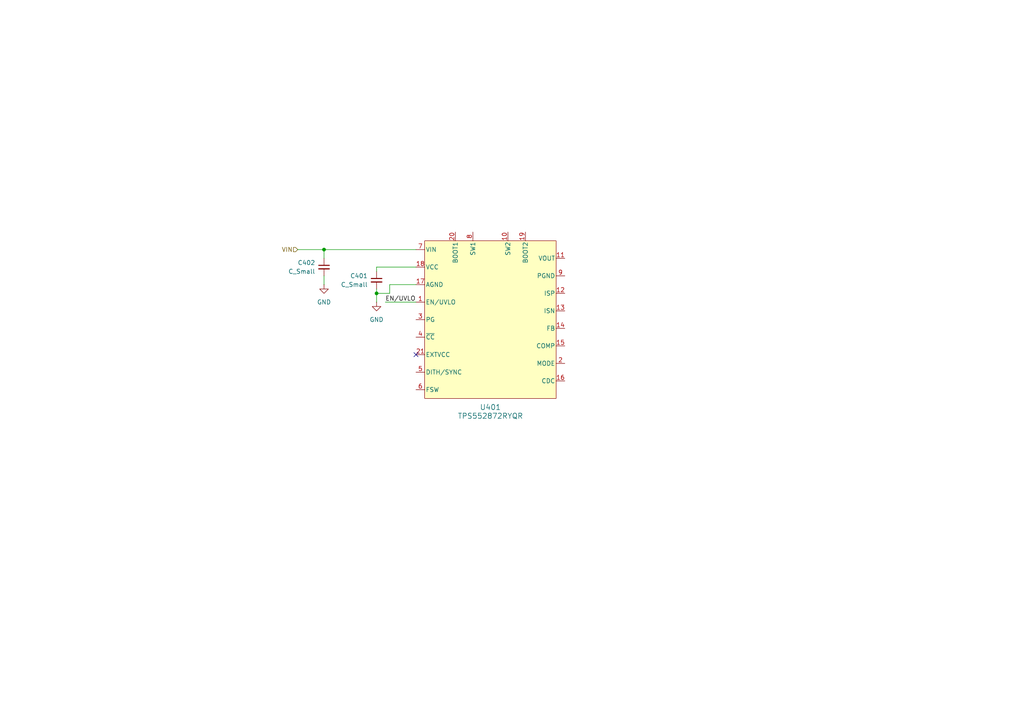
<source format=kicad_sch>
(kicad_sch (version 20231120) (generator "eeschema") (generator_version "8.0")
  (paper "A4")
  (lib_symbols
    (symbol "Device:C_Small" (pin_numbers hide) (pin_names (offset 0.254) hide)
      (property "Reference" "C" (at 0.254 1.778 0))
      (property "Value" "C_Small" (at 0.254 -2.032 0))
      (symbol "C_Small_0_1"
        (polyline (pts (xy -1.524 -0.508) (xy 1.524 -0.508)) (stroke (width 0.3302)))
        (polyline (pts (xy -1.524 0.508) (xy 1.524 0.508)) (stroke (width 0.3048)))
      )
      (symbol "C_Small_1_1"
        (pin passive line (at 0 2.54 270) (length 2.032) (name "~") (number "1"))
        (pin passive line (at 0 -2.54 90) (length 2.032) (name "~") (number "2"))
      )
    )
    (symbol "TPS552872RYQR:TPS552872RYQR" (pin_names (offset 0.254))
      (property "Reference" "U" (at 21.082 -44.704 0))
      (property "Value" "TPS552872RYQR" (at 21.082 -47.244 0))
      (symbol "TPS552872RYQR_0_1"
        (rectangle (start 2.54 2.54) (end 40.64 -43.18) (fill (type background)))
      )
      (symbol "TPS552872RYQR_1_1"
        (pin passive line (at 0 -15.24 0) (length 2.54) (name "EN/UVLO") (number "1"))
        (pin passive line (at 26.67 5.08 270) (length 2.54) (name "SW2") (number "10"))
        (pin passive line (at 43.18 -2.54 180) (length 2.54) (name "VOUT") (number "11"))
        (pin passive line (at 43.18 -12.7 180) (length 2.54) (name "ISP") (number "12"))
        (pin passive line (at 43.18 -17.78 180) (length 2.54) (name "ISN") (number "13"))
        (pin passive line (at 43.18 -22.86 180) (length 2.54) (name "FB") (number "14"))
        (pin passive line (at 43.18 -27.94 180) (length 2.54) (name "COMP") (number "15"))
        (pin passive line (at 43.18 -38.1 180) (length 2.54) (name "CDC") (number "16"))
        (pin passive line (at 0 -10.16 0) (length 2.54) (name "AGND") (number "17"))
        (pin passive line (at 0 -5.08 0) (length 2.54) (name "VCC") (number "18"))
        (pin passive line (at 31.75 5.08 270) (length 2.54) (name "BOOT2") (number "19"))
        (pin passive line (at 43.18 -33.02 180) (length 2.54) (name "MODE") (number "2"))
        (pin passive line (at 11.43 5.08 270) (length 2.54) (name "BOOT1") (number "20"))
        (pin passive line (at 0 -30.48 0) (length 2.54) (name "EXTVCC") (number "21"))
        (pin passive line (at 0 -20.32 0) (length 2.54) (name "PG") (number "3"))
        (pin passive line (at 0 -25.4 0) (length 2.54) (name "~{CC}") (number "4"))
        (pin passive line (at 0 -35.56 0) (length 2.54) (name "DITH/SYNC") (number "5"))
        (pin passive line (at 0 -40.64 0) (length 2.54) (name "FSW") (number "6"))
        (pin passive line (at 0 0 0) (length 2.54) (name "VIN") (number "7"))
        (pin passive line (at 16.51 5.08 270) (length 2.54) (name "SW1") (number "8"))
        (pin passive line (at 43.18 -7.62 180) (length 2.54) (name "PGND") (number "9"))
      )
    )
    (symbol "power:GND" (power) (pin_numbers hide) (pin_names (offset 0) hide)
      (property "Value" "GND" (at 0 -3.81 0))
      (symbol "GND_0_1"
        (polyline (pts (xy 0 0) (xy 0 -1.27) (xy 1.27 -1.27) (xy 0 -2.54) (xy -1.27 -1.27) (xy 0 -1.27)))
      )
      (symbol "GND_1_1"
        (pin power_in line (at 0 0 270) (length 0) (name "~") (number "1"))
      )
    )
  )
  (junction (at 93.98 72.39))
  (junction (at 109.22 85.09))
  (no_connect (at 120.65 102.87))
  (wire (pts (xy 113.03 82.55) (xy 113.03 85.09)))
  (wire (pts (xy 109.22 85.09) (xy 109.22 87.63)))
  (wire (pts (xy 113.03 85.09) (xy 109.22 85.09)))
  (wire (pts (xy 120.65 77.47) (xy 109.22 77.47)))
  (wire (pts (xy 93.98 80.01) (xy 93.98 82.55)))
  (wire (pts (xy 93.98 72.39) (xy 120.65 72.39)))
  (wire (pts (xy 109.22 85.09) (xy 109.22 83.82)))
  (wire (pts (xy 86.36 72.39) (xy 93.98 72.39)))
  (wire (pts (xy 113.03 82.55) (xy 120.65 82.55)))
  (wire (pts (xy 111.76 87.63) (xy 120.65 87.63)))
  (wire (pts (xy 109.22 77.47) (xy 109.22 78.74)))
  (wire (pts (xy 93.98 72.39) (xy 93.98 74.93)))
  (label "EN{slash}UVLO" (at 111.76 87.63 0))
  (hierarchical_label "VIN" (shape input) (at 86.36 72.39 180))
  (symbol (lib_id "TPS552872RYQR:TPS552872RYQR") (at 120.65 72.39 0) (unit 1)
    (property "Reference" "U401" (at 142.24 118.11 0) (effects (font (size 1.524 1.524))))
    (property "Value" "TPS552872RYQR" (at 142.24 120.65 0) (effects (font (size 1.524 1.524))))
    (property "Footprint" "VQFN21_RYQ_TEX" (effects (hide yes)))
  )
  (symbol (lib_id "Device:C_Small") (at 93.98 77.47 0) (mirror y) (unit 1)
    (property "Reference" "C402" (at 91.44 76.2062 0) (effects (justify left)))
    (property "Value" "C_Small" (at 91.44 78.7462 0) (effects (justify left)))
    (property "Description" "Unpolarized capacitor, small symbol" (effects (hide yes)))
  )
  (symbol (lib_id "power:GND") (at 93.98 82.55 0) (unit 1)
    (property "Reference" "#PWR0401" (effects (hide yes)))
    (property "Value" "GND" (at 93.98 87.63 0))
    (property "Description" "Power symbol creates a global label with name \"GND\" , ground" (effects (hide yes)))
  )
  (symbol (lib_id "Device:C_Small") (at 109.22 81.28 0) (mirror y) (unit 1)
    (property "Reference" "C401" (at 106.68 80.0162 0) (effects (justify left)))
    (property "Value" "C_Small" (at 106.68 82.5562 0) (effects (justify left)))
    (property "Description" "Unpolarized capacitor, small symbol" (effects (hide yes)))
  )
  (symbol (lib_id "power:GND") (at 109.22 87.63 0) (unit 1)
    (property "Reference" "#PWR0402" (effects (hide yes)))
    (property "Value" "GND" (at 109.22 92.71 0))
    (property "Description" "Power symbol creates a global label with name \"GND\" , ground" (effects (hide yes)))
  )
)
</source>
